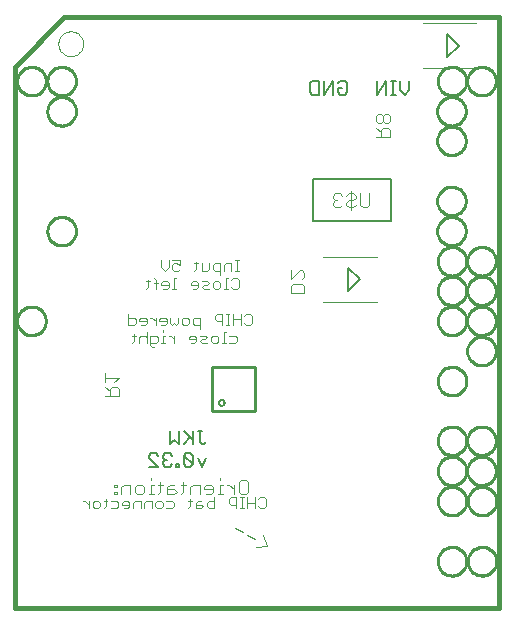
<source format=gbo>
G75*
%MOIN*%
%OFA0B0*%
%FSLAX24Y24*%
%IPPOS*%
%LPD*%
%AMOC8*
5,1,8,0,0,1.08239X$1,22.5*
%
%ADD10C,0.0160*%
%ADD11C,0.0060*%
%ADD12C,0.0100*%
%ADD13C,0.0030*%
%ADD14C,0.0040*%
%ADD15C,0.0000*%
%ADD16C,0.0050*%
%ADD17C,0.0080*%
D10*
X002057Y000180D02*
X018199Y000180D01*
X018199Y019865D01*
X003710Y019865D01*
X002057Y018211D01*
X002057Y000180D01*
D11*
X006541Y004885D02*
X006835Y004885D01*
X006541Y005179D01*
X006541Y005252D01*
X006615Y005326D01*
X006761Y005326D01*
X006835Y005252D01*
X007002Y005252D02*
X007002Y005179D01*
X007075Y005106D01*
X007002Y005032D01*
X007002Y004959D01*
X007075Y004885D01*
X007222Y004885D01*
X007295Y004959D01*
X007452Y004959D02*
X007452Y004885D01*
X007525Y004885D01*
X007525Y004959D01*
X007452Y004959D01*
X007692Y004959D02*
X007692Y005252D01*
X007986Y004959D01*
X007912Y004885D01*
X007766Y004885D01*
X007692Y004959D01*
X007692Y005252D02*
X007766Y005326D01*
X007912Y005326D01*
X007986Y005252D01*
X007986Y004959D01*
X008153Y005179D02*
X008299Y004885D01*
X008446Y005179D01*
X008373Y005635D02*
X008299Y005635D01*
X008226Y005709D01*
X008226Y006076D01*
X008299Y006076D02*
X008153Y006076D01*
X007986Y006076D02*
X007986Y005635D01*
X007986Y005782D02*
X007692Y006076D01*
X007525Y006076D02*
X007525Y005635D01*
X007379Y005782D01*
X007232Y005635D01*
X007232Y006076D01*
X007692Y005635D02*
X007912Y005856D01*
X008373Y005635D02*
X008446Y005709D01*
X007295Y005252D02*
X007222Y005326D01*
X007075Y005326D01*
X007002Y005252D01*
X007075Y005106D02*
X007148Y005106D01*
X008860Y007013D02*
X008862Y007033D01*
X008868Y007051D01*
X008877Y007069D01*
X008889Y007084D01*
X008904Y007096D01*
X008922Y007105D01*
X008940Y007111D01*
X008960Y007113D01*
X008980Y007111D01*
X008998Y007105D01*
X009016Y007096D01*
X009031Y007084D01*
X009043Y007069D01*
X009052Y007051D01*
X009058Y007033D01*
X009060Y007013D01*
X009058Y006993D01*
X009052Y006975D01*
X009043Y006957D01*
X009031Y006942D01*
X009016Y006930D01*
X008998Y006921D01*
X008980Y006915D01*
X008960Y006913D01*
X008940Y006915D01*
X008922Y006921D01*
X008904Y006930D01*
X008889Y006942D01*
X008877Y006957D01*
X008868Y006975D01*
X008862Y006993D01*
X008860Y007013D01*
D12*
X008650Y006733D02*
X010070Y006733D01*
X010070Y008193D01*
X008650Y008193D01*
X008650Y006733D01*
X003148Y012731D02*
X003150Y012774D01*
X003156Y012817D01*
X003166Y012859D01*
X003179Y012901D01*
X003196Y012940D01*
X003217Y012978D01*
X003241Y013014D01*
X003269Y013048D01*
X003299Y013079D01*
X003332Y013107D01*
X003367Y013132D01*
X003405Y013154D01*
X003444Y013172D01*
X003485Y013186D01*
X003527Y013197D01*
X003570Y013204D01*
X003613Y013207D01*
X003656Y013206D01*
X003700Y013201D01*
X003742Y013192D01*
X003783Y013180D01*
X003824Y013163D01*
X003862Y013143D01*
X003898Y013120D01*
X003933Y013093D01*
X003964Y013064D01*
X003993Y013031D01*
X004019Y012997D01*
X004042Y012960D01*
X004061Y012921D01*
X004076Y012880D01*
X004088Y012838D01*
X004096Y012796D01*
X004100Y012753D01*
X004100Y012709D01*
X004096Y012666D01*
X004088Y012624D01*
X004076Y012582D01*
X004061Y012541D01*
X004042Y012502D01*
X004019Y012465D01*
X003993Y012431D01*
X003964Y012398D01*
X003933Y012369D01*
X003898Y012342D01*
X003862Y012319D01*
X003824Y012299D01*
X003783Y012282D01*
X003742Y012270D01*
X003700Y012261D01*
X003656Y012256D01*
X003613Y012255D01*
X003570Y012258D01*
X003527Y012265D01*
X003485Y012276D01*
X003444Y012290D01*
X003405Y012308D01*
X003367Y012330D01*
X003332Y012355D01*
X003299Y012383D01*
X003269Y012414D01*
X003241Y012448D01*
X003217Y012484D01*
X003196Y012522D01*
X003179Y012561D01*
X003166Y012603D01*
X003156Y012645D01*
X003150Y012688D01*
X003148Y012731D01*
X002144Y009739D02*
X002146Y009782D01*
X002152Y009825D01*
X002162Y009867D01*
X002175Y009909D01*
X002192Y009948D01*
X002213Y009986D01*
X002237Y010022D01*
X002265Y010056D01*
X002295Y010087D01*
X002328Y010115D01*
X002363Y010140D01*
X002401Y010162D01*
X002440Y010180D01*
X002481Y010194D01*
X002523Y010205D01*
X002566Y010212D01*
X002609Y010215D01*
X002652Y010214D01*
X002696Y010209D01*
X002738Y010200D01*
X002779Y010188D01*
X002820Y010171D01*
X002858Y010151D01*
X002894Y010128D01*
X002929Y010101D01*
X002960Y010072D01*
X002989Y010039D01*
X003015Y010005D01*
X003038Y009968D01*
X003057Y009929D01*
X003072Y009888D01*
X003084Y009846D01*
X003092Y009804D01*
X003096Y009761D01*
X003096Y009717D01*
X003092Y009674D01*
X003084Y009632D01*
X003072Y009590D01*
X003057Y009549D01*
X003038Y009510D01*
X003015Y009473D01*
X002989Y009439D01*
X002960Y009406D01*
X002929Y009377D01*
X002894Y009350D01*
X002858Y009327D01*
X002820Y009307D01*
X002779Y009290D01*
X002738Y009278D01*
X002696Y009269D01*
X002652Y009264D01*
X002609Y009263D01*
X002566Y009266D01*
X002523Y009273D01*
X002481Y009284D01*
X002440Y009298D01*
X002401Y009316D01*
X002363Y009338D01*
X002328Y009363D01*
X002295Y009391D01*
X002265Y009422D01*
X002237Y009456D01*
X002213Y009492D01*
X002192Y009530D01*
X002175Y009569D01*
X002162Y009611D01*
X002152Y009653D01*
X002146Y009696D01*
X002144Y009739D01*
X003148Y016727D02*
X003150Y016770D01*
X003156Y016813D01*
X003166Y016855D01*
X003179Y016897D01*
X003196Y016936D01*
X003217Y016974D01*
X003241Y017010D01*
X003269Y017044D01*
X003299Y017075D01*
X003332Y017103D01*
X003367Y017128D01*
X003405Y017150D01*
X003444Y017168D01*
X003485Y017182D01*
X003527Y017193D01*
X003570Y017200D01*
X003613Y017203D01*
X003656Y017202D01*
X003700Y017197D01*
X003742Y017188D01*
X003783Y017176D01*
X003824Y017159D01*
X003862Y017139D01*
X003898Y017116D01*
X003933Y017089D01*
X003964Y017060D01*
X003993Y017027D01*
X004019Y016993D01*
X004042Y016956D01*
X004061Y016917D01*
X004076Y016876D01*
X004088Y016834D01*
X004096Y016792D01*
X004100Y016749D01*
X004100Y016705D01*
X004096Y016662D01*
X004088Y016620D01*
X004076Y016578D01*
X004061Y016537D01*
X004042Y016498D01*
X004019Y016461D01*
X003993Y016427D01*
X003964Y016394D01*
X003933Y016365D01*
X003898Y016338D01*
X003862Y016315D01*
X003824Y016295D01*
X003783Y016278D01*
X003742Y016266D01*
X003700Y016257D01*
X003656Y016252D01*
X003613Y016251D01*
X003570Y016254D01*
X003527Y016261D01*
X003485Y016272D01*
X003444Y016286D01*
X003405Y016304D01*
X003367Y016326D01*
X003332Y016351D01*
X003299Y016379D01*
X003269Y016410D01*
X003241Y016444D01*
X003217Y016480D01*
X003196Y016518D01*
X003179Y016557D01*
X003166Y016599D01*
X003156Y016641D01*
X003150Y016684D01*
X003148Y016727D01*
X003148Y017731D02*
X003150Y017774D01*
X003156Y017817D01*
X003166Y017859D01*
X003179Y017901D01*
X003196Y017940D01*
X003217Y017978D01*
X003241Y018014D01*
X003269Y018048D01*
X003299Y018079D01*
X003332Y018107D01*
X003367Y018132D01*
X003405Y018154D01*
X003444Y018172D01*
X003485Y018186D01*
X003527Y018197D01*
X003570Y018204D01*
X003613Y018207D01*
X003656Y018206D01*
X003700Y018201D01*
X003742Y018192D01*
X003783Y018180D01*
X003824Y018163D01*
X003862Y018143D01*
X003898Y018120D01*
X003933Y018093D01*
X003964Y018064D01*
X003993Y018031D01*
X004019Y017997D01*
X004042Y017960D01*
X004061Y017921D01*
X004076Y017880D01*
X004088Y017838D01*
X004096Y017796D01*
X004100Y017753D01*
X004100Y017709D01*
X004096Y017666D01*
X004088Y017624D01*
X004076Y017582D01*
X004061Y017541D01*
X004042Y017502D01*
X004019Y017465D01*
X003993Y017431D01*
X003964Y017398D01*
X003933Y017369D01*
X003898Y017342D01*
X003862Y017319D01*
X003824Y017299D01*
X003783Y017282D01*
X003742Y017270D01*
X003700Y017261D01*
X003656Y017256D01*
X003613Y017255D01*
X003570Y017258D01*
X003527Y017265D01*
X003485Y017276D01*
X003444Y017290D01*
X003405Y017308D01*
X003367Y017330D01*
X003332Y017355D01*
X003299Y017383D01*
X003269Y017414D01*
X003241Y017448D01*
X003217Y017484D01*
X003196Y017522D01*
X003179Y017561D01*
X003166Y017603D01*
X003156Y017645D01*
X003150Y017688D01*
X003148Y017731D01*
X002144Y017731D02*
X002146Y017774D01*
X002152Y017817D01*
X002162Y017859D01*
X002175Y017901D01*
X002192Y017940D01*
X002213Y017978D01*
X002237Y018014D01*
X002265Y018048D01*
X002295Y018079D01*
X002328Y018107D01*
X002363Y018132D01*
X002401Y018154D01*
X002440Y018172D01*
X002481Y018186D01*
X002523Y018197D01*
X002566Y018204D01*
X002609Y018207D01*
X002652Y018206D01*
X002696Y018201D01*
X002738Y018192D01*
X002779Y018180D01*
X002820Y018163D01*
X002858Y018143D01*
X002894Y018120D01*
X002929Y018093D01*
X002960Y018064D01*
X002989Y018031D01*
X003015Y017997D01*
X003038Y017960D01*
X003057Y017921D01*
X003072Y017880D01*
X003084Y017838D01*
X003092Y017796D01*
X003096Y017753D01*
X003096Y017709D01*
X003092Y017666D01*
X003084Y017624D01*
X003072Y017582D01*
X003057Y017541D01*
X003038Y017502D01*
X003015Y017465D01*
X002989Y017431D01*
X002960Y017398D01*
X002929Y017369D01*
X002894Y017342D01*
X002858Y017319D01*
X002820Y017299D01*
X002779Y017282D01*
X002738Y017270D01*
X002696Y017261D01*
X002652Y017256D01*
X002609Y017255D01*
X002566Y017258D01*
X002523Y017265D01*
X002481Y017276D01*
X002440Y017290D01*
X002401Y017308D01*
X002363Y017330D01*
X002328Y017355D01*
X002295Y017383D01*
X002265Y017414D01*
X002237Y017448D01*
X002213Y017484D01*
X002192Y017522D01*
X002175Y017561D01*
X002162Y017603D01*
X002152Y017645D01*
X002146Y017688D01*
X002144Y017731D01*
X016160Y017731D02*
X016162Y017774D01*
X016168Y017817D01*
X016178Y017859D01*
X016191Y017901D01*
X016208Y017940D01*
X016229Y017978D01*
X016253Y018014D01*
X016281Y018048D01*
X016311Y018079D01*
X016344Y018107D01*
X016379Y018132D01*
X016417Y018154D01*
X016456Y018172D01*
X016497Y018186D01*
X016539Y018197D01*
X016582Y018204D01*
X016625Y018207D01*
X016668Y018206D01*
X016712Y018201D01*
X016754Y018192D01*
X016795Y018180D01*
X016836Y018163D01*
X016874Y018143D01*
X016910Y018120D01*
X016945Y018093D01*
X016976Y018064D01*
X017005Y018031D01*
X017031Y017997D01*
X017054Y017960D01*
X017073Y017921D01*
X017088Y017880D01*
X017100Y017838D01*
X017108Y017796D01*
X017112Y017753D01*
X017112Y017709D01*
X017108Y017666D01*
X017100Y017624D01*
X017088Y017582D01*
X017073Y017541D01*
X017054Y017502D01*
X017031Y017465D01*
X017005Y017431D01*
X016976Y017398D01*
X016945Y017369D01*
X016910Y017342D01*
X016874Y017319D01*
X016836Y017299D01*
X016795Y017282D01*
X016754Y017270D01*
X016712Y017261D01*
X016668Y017256D01*
X016625Y017255D01*
X016582Y017258D01*
X016539Y017265D01*
X016497Y017276D01*
X016456Y017290D01*
X016417Y017308D01*
X016379Y017330D01*
X016344Y017355D01*
X016311Y017383D01*
X016281Y017414D01*
X016253Y017448D01*
X016229Y017484D01*
X016208Y017522D01*
X016191Y017561D01*
X016178Y017603D01*
X016168Y017645D01*
X016162Y017688D01*
X016160Y017731D01*
X016140Y016727D02*
X016142Y016770D01*
X016148Y016813D01*
X016158Y016855D01*
X016171Y016897D01*
X016188Y016936D01*
X016209Y016974D01*
X016233Y017010D01*
X016261Y017044D01*
X016291Y017075D01*
X016324Y017103D01*
X016359Y017128D01*
X016397Y017150D01*
X016436Y017168D01*
X016477Y017182D01*
X016519Y017193D01*
X016562Y017200D01*
X016605Y017203D01*
X016648Y017202D01*
X016692Y017197D01*
X016734Y017188D01*
X016775Y017176D01*
X016816Y017159D01*
X016854Y017139D01*
X016890Y017116D01*
X016925Y017089D01*
X016956Y017060D01*
X016985Y017027D01*
X017011Y016993D01*
X017034Y016956D01*
X017053Y016917D01*
X017068Y016876D01*
X017080Y016834D01*
X017088Y016792D01*
X017092Y016749D01*
X017092Y016705D01*
X017088Y016662D01*
X017080Y016620D01*
X017068Y016578D01*
X017053Y016537D01*
X017034Y016498D01*
X017011Y016461D01*
X016985Y016427D01*
X016956Y016394D01*
X016925Y016365D01*
X016890Y016338D01*
X016854Y016315D01*
X016816Y016295D01*
X016775Y016278D01*
X016734Y016266D01*
X016692Y016257D01*
X016648Y016252D01*
X016605Y016251D01*
X016562Y016254D01*
X016519Y016261D01*
X016477Y016272D01*
X016436Y016286D01*
X016397Y016304D01*
X016359Y016326D01*
X016324Y016351D01*
X016291Y016379D01*
X016261Y016410D01*
X016233Y016444D01*
X016209Y016480D01*
X016188Y016518D01*
X016171Y016557D01*
X016158Y016599D01*
X016148Y016641D01*
X016142Y016684D01*
X016140Y016727D01*
X016140Y015743D02*
X016142Y015786D01*
X016148Y015829D01*
X016158Y015871D01*
X016171Y015913D01*
X016188Y015952D01*
X016209Y015990D01*
X016233Y016026D01*
X016261Y016060D01*
X016291Y016091D01*
X016324Y016119D01*
X016359Y016144D01*
X016397Y016166D01*
X016436Y016184D01*
X016477Y016198D01*
X016519Y016209D01*
X016562Y016216D01*
X016605Y016219D01*
X016648Y016218D01*
X016692Y016213D01*
X016734Y016204D01*
X016775Y016192D01*
X016816Y016175D01*
X016854Y016155D01*
X016890Y016132D01*
X016925Y016105D01*
X016956Y016076D01*
X016985Y016043D01*
X017011Y016009D01*
X017034Y015972D01*
X017053Y015933D01*
X017068Y015892D01*
X017080Y015850D01*
X017088Y015808D01*
X017092Y015765D01*
X017092Y015721D01*
X017088Y015678D01*
X017080Y015636D01*
X017068Y015594D01*
X017053Y015553D01*
X017034Y015514D01*
X017011Y015477D01*
X016985Y015443D01*
X016956Y015410D01*
X016925Y015381D01*
X016890Y015354D01*
X016854Y015331D01*
X016816Y015311D01*
X016775Y015294D01*
X016734Y015282D01*
X016692Y015273D01*
X016648Y015268D01*
X016605Y015267D01*
X016562Y015270D01*
X016519Y015277D01*
X016477Y015288D01*
X016436Y015302D01*
X016397Y015320D01*
X016359Y015342D01*
X016324Y015367D01*
X016291Y015395D01*
X016261Y015426D01*
X016233Y015460D01*
X016209Y015496D01*
X016188Y015534D01*
X016171Y015573D01*
X016158Y015615D01*
X016148Y015657D01*
X016142Y015700D01*
X016140Y015743D01*
X017144Y017731D02*
X017146Y017774D01*
X017152Y017817D01*
X017162Y017859D01*
X017175Y017901D01*
X017192Y017940D01*
X017213Y017978D01*
X017237Y018014D01*
X017265Y018048D01*
X017295Y018079D01*
X017328Y018107D01*
X017363Y018132D01*
X017401Y018154D01*
X017440Y018172D01*
X017481Y018186D01*
X017523Y018197D01*
X017566Y018204D01*
X017609Y018207D01*
X017652Y018206D01*
X017696Y018201D01*
X017738Y018192D01*
X017779Y018180D01*
X017820Y018163D01*
X017858Y018143D01*
X017894Y018120D01*
X017929Y018093D01*
X017960Y018064D01*
X017989Y018031D01*
X018015Y017997D01*
X018038Y017960D01*
X018057Y017921D01*
X018072Y017880D01*
X018084Y017838D01*
X018092Y017796D01*
X018096Y017753D01*
X018096Y017709D01*
X018092Y017666D01*
X018084Y017624D01*
X018072Y017582D01*
X018057Y017541D01*
X018038Y017502D01*
X018015Y017465D01*
X017989Y017431D01*
X017960Y017398D01*
X017929Y017369D01*
X017894Y017342D01*
X017858Y017319D01*
X017820Y017299D01*
X017779Y017282D01*
X017738Y017270D01*
X017696Y017261D01*
X017652Y017256D01*
X017609Y017255D01*
X017566Y017258D01*
X017523Y017265D01*
X017481Y017276D01*
X017440Y017290D01*
X017401Y017308D01*
X017363Y017330D01*
X017328Y017355D01*
X017295Y017383D01*
X017265Y017414D01*
X017237Y017448D01*
X017213Y017484D01*
X017192Y017522D01*
X017175Y017561D01*
X017162Y017603D01*
X017152Y017645D01*
X017146Y017688D01*
X017144Y017731D01*
X016140Y013735D02*
X016142Y013778D01*
X016148Y013821D01*
X016158Y013863D01*
X016171Y013905D01*
X016188Y013944D01*
X016209Y013982D01*
X016233Y014018D01*
X016261Y014052D01*
X016291Y014083D01*
X016324Y014111D01*
X016359Y014136D01*
X016397Y014158D01*
X016436Y014176D01*
X016477Y014190D01*
X016519Y014201D01*
X016562Y014208D01*
X016605Y014211D01*
X016648Y014210D01*
X016692Y014205D01*
X016734Y014196D01*
X016775Y014184D01*
X016816Y014167D01*
X016854Y014147D01*
X016890Y014124D01*
X016925Y014097D01*
X016956Y014068D01*
X016985Y014035D01*
X017011Y014001D01*
X017034Y013964D01*
X017053Y013925D01*
X017068Y013884D01*
X017080Y013842D01*
X017088Y013800D01*
X017092Y013757D01*
X017092Y013713D01*
X017088Y013670D01*
X017080Y013628D01*
X017068Y013586D01*
X017053Y013545D01*
X017034Y013506D01*
X017011Y013469D01*
X016985Y013435D01*
X016956Y013402D01*
X016925Y013373D01*
X016890Y013346D01*
X016854Y013323D01*
X016816Y013303D01*
X016775Y013286D01*
X016734Y013274D01*
X016692Y013265D01*
X016648Y013260D01*
X016605Y013259D01*
X016562Y013262D01*
X016519Y013269D01*
X016477Y013280D01*
X016436Y013294D01*
X016397Y013312D01*
X016359Y013334D01*
X016324Y013359D01*
X016291Y013387D01*
X016261Y013418D01*
X016233Y013452D01*
X016209Y013488D01*
X016188Y013526D01*
X016171Y013565D01*
X016158Y013607D01*
X016148Y013649D01*
X016142Y013692D01*
X016140Y013735D01*
X016140Y012731D02*
X016142Y012774D01*
X016148Y012817D01*
X016158Y012859D01*
X016171Y012901D01*
X016188Y012940D01*
X016209Y012978D01*
X016233Y013014D01*
X016261Y013048D01*
X016291Y013079D01*
X016324Y013107D01*
X016359Y013132D01*
X016397Y013154D01*
X016436Y013172D01*
X016477Y013186D01*
X016519Y013197D01*
X016562Y013204D01*
X016605Y013207D01*
X016648Y013206D01*
X016692Y013201D01*
X016734Y013192D01*
X016775Y013180D01*
X016816Y013163D01*
X016854Y013143D01*
X016890Y013120D01*
X016925Y013093D01*
X016956Y013064D01*
X016985Y013031D01*
X017011Y012997D01*
X017034Y012960D01*
X017053Y012921D01*
X017068Y012880D01*
X017080Y012838D01*
X017088Y012796D01*
X017092Y012753D01*
X017092Y012709D01*
X017088Y012666D01*
X017080Y012624D01*
X017068Y012582D01*
X017053Y012541D01*
X017034Y012502D01*
X017011Y012465D01*
X016985Y012431D01*
X016956Y012398D01*
X016925Y012369D01*
X016890Y012342D01*
X016854Y012319D01*
X016816Y012299D01*
X016775Y012282D01*
X016734Y012270D01*
X016692Y012261D01*
X016648Y012256D01*
X016605Y012255D01*
X016562Y012258D01*
X016519Y012265D01*
X016477Y012276D01*
X016436Y012290D01*
X016397Y012308D01*
X016359Y012330D01*
X016324Y012355D01*
X016291Y012383D01*
X016261Y012414D01*
X016233Y012448D01*
X016209Y012484D01*
X016188Y012522D01*
X016171Y012561D01*
X016158Y012603D01*
X016148Y012645D01*
X016142Y012688D01*
X016140Y012731D01*
X016160Y011727D02*
X016162Y011770D01*
X016168Y011813D01*
X016178Y011855D01*
X016191Y011897D01*
X016208Y011936D01*
X016229Y011974D01*
X016253Y012010D01*
X016281Y012044D01*
X016311Y012075D01*
X016344Y012103D01*
X016379Y012128D01*
X016417Y012150D01*
X016456Y012168D01*
X016497Y012182D01*
X016539Y012193D01*
X016582Y012200D01*
X016625Y012203D01*
X016668Y012202D01*
X016712Y012197D01*
X016754Y012188D01*
X016795Y012176D01*
X016836Y012159D01*
X016874Y012139D01*
X016910Y012116D01*
X016945Y012089D01*
X016976Y012060D01*
X017005Y012027D01*
X017031Y011993D01*
X017054Y011956D01*
X017073Y011917D01*
X017088Y011876D01*
X017100Y011834D01*
X017108Y011792D01*
X017112Y011749D01*
X017112Y011705D01*
X017108Y011662D01*
X017100Y011620D01*
X017088Y011578D01*
X017073Y011537D01*
X017054Y011498D01*
X017031Y011461D01*
X017005Y011427D01*
X016976Y011394D01*
X016945Y011365D01*
X016910Y011338D01*
X016874Y011315D01*
X016836Y011295D01*
X016795Y011278D01*
X016754Y011266D01*
X016712Y011257D01*
X016668Y011252D01*
X016625Y011251D01*
X016582Y011254D01*
X016539Y011261D01*
X016497Y011272D01*
X016456Y011286D01*
X016417Y011304D01*
X016379Y011326D01*
X016344Y011351D01*
X016311Y011379D01*
X016281Y011410D01*
X016253Y011444D01*
X016229Y011480D01*
X016208Y011518D01*
X016191Y011557D01*
X016178Y011599D01*
X016168Y011641D01*
X016162Y011684D01*
X016160Y011727D01*
X016160Y010743D02*
X016162Y010786D01*
X016168Y010829D01*
X016178Y010871D01*
X016191Y010913D01*
X016208Y010952D01*
X016229Y010990D01*
X016253Y011026D01*
X016281Y011060D01*
X016311Y011091D01*
X016344Y011119D01*
X016379Y011144D01*
X016417Y011166D01*
X016456Y011184D01*
X016497Y011198D01*
X016539Y011209D01*
X016582Y011216D01*
X016625Y011219D01*
X016668Y011218D01*
X016712Y011213D01*
X016754Y011204D01*
X016795Y011192D01*
X016836Y011175D01*
X016874Y011155D01*
X016910Y011132D01*
X016945Y011105D01*
X016976Y011076D01*
X017005Y011043D01*
X017031Y011009D01*
X017054Y010972D01*
X017073Y010933D01*
X017088Y010892D01*
X017100Y010850D01*
X017108Y010808D01*
X017112Y010765D01*
X017112Y010721D01*
X017108Y010678D01*
X017100Y010636D01*
X017088Y010594D01*
X017073Y010553D01*
X017054Y010514D01*
X017031Y010477D01*
X017005Y010443D01*
X016976Y010410D01*
X016945Y010381D01*
X016910Y010354D01*
X016874Y010331D01*
X016836Y010311D01*
X016795Y010294D01*
X016754Y010282D01*
X016712Y010273D01*
X016668Y010268D01*
X016625Y010267D01*
X016582Y010270D01*
X016539Y010277D01*
X016497Y010288D01*
X016456Y010302D01*
X016417Y010320D01*
X016379Y010342D01*
X016344Y010367D01*
X016311Y010395D01*
X016281Y010426D01*
X016253Y010460D01*
X016229Y010496D01*
X016208Y010534D01*
X016191Y010573D01*
X016178Y010615D01*
X016168Y010657D01*
X016162Y010700D01*
X016160Y010743D01*
X016160Y009739D02*
X016162Y009782D01*
X016168Y009825D01*
X016178Y009867D01*
X016191Y009909D01*
X016208Y009948D01*
X016229Y009986D01*
X016253Y010022D01*
X016281Y010056D01*
X016311Y010087D01*
X016344Y010115D01*
X016379Y010140D01*
X016417Y010162D01*
X016456Y010180D01*
X016497Y010194D01*
X016539Y010205D01*
X016582Y010212D01*
X016625Y010215D01*
X016668Y010214D01*
X016712Y010209D01*
X016754Y010200D01*
X016795Y010188D01*
X016836Y010171D01*
X016874Y010151D01*
X016910Y010128D01*
X016945Y010101D01*
X016976Y010072D01*
X017005Y010039D01*
X017031Y010005D01*
X017054Y009968D01*
X017073Y009929D01*
X017088Y009888D01*
X017100Y009846D01*
X017108Y009804D01*
X017112Y009761D01*
X017112Y009717D01*
X017108Y009674D01*
X017100Y009632D01*
X017088Y009590D01*
X017073Y009549D01*
X017054Y009510D01*
X017031Y009473D01*
X017005Y009439D01*
X016976Y009406D01*
X016945Y009377D01*
X016910Y009350D01*
X016874Y009327D01*
X016836Y009307D01*
X016795Y009290D01*
X016754Y009278D01*
X016712Y009269D01*
X016668Y009264D01*
X016625Y009263D01*
X016582Y009266D01*
X016539Y009273D01*
X016497Y009284D01*
X016456Y009298D01*
X016417Y009316D01*
X016379Y009338D01*
X016344Y009363D01*
X016311Y009391D01*
X016281Y009422D01*
X016253Y009456D01*
X016229Y009492D01*
X016208Y009530D01*
X016191Y009569D01*
X016178Y009611D01*
X016168Y009653D01*
X016162Y009696D01*
X016160Y009739D01*
X017144Y009739D02*
X017146Y009782D01*
X017152Y009825D01*
X017162Y009867D01*
X017175Y009909D01*
X017192Y009948D01*
X017213Y009986D01*
X017237Y010022D01*
X017265Y010056D01*
X017295Y010087D01*
X017328Y010115D01*
X017363Y010140D01*
X017401Y010162D01*
X017440Y010180D01*
X017481Y010194D01*
X017523Y010205D01*
X017566Y010212D01*
X017609Y010215D01*
X017652Y010214D01*
X017696Y010209D01*
X017738Y010200D01*
X017779Y010188D01*
X017820Y010171D01*
X017858Y010151D01*
X017894Y010128D01*
X017929Y010101D01*
X017960Y010072D01*
X017989Y010039D01*
X018015Y010005D01*
X018038Y009968D01*
X018057Y009929D01*
X018072Y009888D01*
X018084Y009846D01*
X018092Y009804D01*
X018096Y009761D01*
X018096Y009717D01*
X018092Y009674D01*
X018084Y009632D01*
X018072Y009590D01*
X018057Y009549D01*
X018038Y009510D01*
X018015Y009473D01*
X017989Y009439D01*
X017960Y009406D01*
X017929Y009377D01*
X017894Y009350D01*
X017858Y009327D01*
X017820Y009307D01*
X017779Y009290D01*
X017738Y009278D01*
X017696Y009269D01*
X017652Y009264D01*
X017609Y009263D01*
X017566Y009266D01*
X017523Y009273D01*
X017481Y009284D01*
X017440Y009298D01*
X017401Y009316D01*
X017363Y009338D01*
X017328Y009363D01*
X017295Y009391D01*
X017265Y009422D01*
X017237Y009456D01*
X017213Y009492D01*
X017192Y009530D01*
X017175Y009569D01*
X017162Y009611D01*
X017152Y009653D01*
X017146Y009696D01*
X017144Y009739D01*
X017144Y008735D02*
X017146Y008778D01*
X017152Y008821D01*
X017162Y008863D01*
X017175Y008905D01*
X017192Y008944D01*
X017213Y008982D01*
X017237Y009018D01*
X017265Y009052D01*
X017295Y009083D01*
X017328Y009111D01*
X017363Y009136D01*
X017401Y009158D01*
X017440Y009176D01*
X017481Y009190D01*
X017523Y009201D01*
X017566Y009208D01*
X017609Y009211D01*
X017652Y009210D01*
X017696Y009205D01*
X017738Y009196D01*
X017779Y009184D01*
X017820Y009167D01*
X017858Y009147D01*
X017894Y009124D01*
X017929Y009097D01*
X017960Y009068D01*
X017989Y009035D01*
X018015Y009001D01*
X018038Y008964D01*
X018057Y008925D01*
X018072Y008884D01*
X018084Y008842D01*
X018092Y008800D01*
X018096Y008757D01*
X018096Y008713D01*
X018092Y008670D01*
X018084Y008628D01*
X018072Y008586D01*
X018057Y008545D01*
X018038Y008506D01*
X018015Y008469D01*
X017989Y008435D01*
X017960Y008402D01*
X017929Y008373D01*
X017894Y008346D01*
X017858Y008323D01*
X017820Y008303D01*
X017779Y008286D01*
X017738Y008274D01*
X017696Y008265D01*
X017652Y008260D01*
X017609Y008259D01*
X017566Y008262D01*
X017523Y008269D01*
X017481Y008280D01*
X017440Y008294D01*
X017401Y008312D01*
X017363Y008334D01*
X017328Y008359D01*
X017295Y008387D01*
X017265Y008418D01*
X017237Y008452D01*
X017213Y008488D01*
X017192Y008526D01*
X017175Y008565D01*
X017162Y008607D01*
X017152Y008649D01*
X017146Y008692D01*
X017144Y008735D01*
X016160Y007731D02*
X016162Y007774D01*
X016168Y007817D01*
X016178Y007859D01*
X016191Y007901D01*
X016208Y007940D01*
X016229Y007978D01*
X016253Y008014D01*
X016281Y008048D01*
X016311Y008079D01*
X016344Y008107D01*
X016379Y008132D01*
X016417Y008154D01*
X016456Y008172D01*
X016497Y008186D01*
X016539Y008197D01*
X016582Y008204D01*
X016625Y008207D01*
X016668Y008206D01*
X016712Y008201D01*
X016754Y008192D01*
X016795Y008180D01*
X016836Y008163D01*
X016874Y008143D01*
X016910Y008120D01*
X016945Y008093D01*
X016976Y008064D01*
X017005Y008031D01*
X017031Y007997D01*
X017054Y007960D01*
X017073Y007921D01*
X017088Y007880D01*
X017100Y007838D01*
X017108Y007796D01*
X017112Y007753D01*
X017112Y007709D01*
X017108Y007666D01*
X017100Y007624D01*
X017088Y007582D01*
X017073Y007541D01*
X017054Y007502D01*
X017031Y007465D01*
X017005Y007431D01*
X016976Y007398D01*
X016945Y007369D01*
X016910Y007342D01*
X016874Y007319D01*
X016836Y007299D01*
X016795Y007282D01*
X016754Y007270D01*
X016712Y007261D01*
X016668Y007256D01*
X016625Y007255D01*
X016582Y007258D01*
X016539Y007265D01*
X016497Y007276D01*
X016456Y007290D01*
X016417Y007308D01*
X016379Y007330D01*
X016344Y007355D01*
X016311Y007383D01*
X016281Y007414D01*
X016253Y007448D01*
X016229Y007484D01*
X016208Y007522D01*
X016191Y007561D01*
X016178Y007603D01*
X016168Y007645D01*
X016162Y007688D01*
X016160Y007731D01*
X016160Y005743D02*
X016162Y005786D01*
X016168Y005829D01*
X016178Y005871D01*
X016191Y005913D01*
X016208Y005952D01*
X016229Y005990D01*
X016253Y006026D01*
X016281Y006060D01*
X016311Y006091D01*
X016344Y006119D01*
X016379Y006144D01*
X016417Y006166D01*
X016456Y006184D01*
X016497Y006198D01*
X016539Y006209D01*
X016582Y006216D01*
X016625Y006219D01*
X016668Y006218D01*
X016712Y006213D01*
X016754Y006204D01*
X016795Y006192D01*
X016836Y006175D01*
X016874Y006155D01*
X016910Y006132D01*
X016945Y006105D01*
X016976Y006076D01*
X017005Y006043D01*
X017031Y006009D01*
X017054Y005972D01*
X017073Y005933D01*
X017088Y005892D01*
X017100Y005850D01*
X017108Y005808D01*
X017112Y005765D01*
X017112Y005721D01*
X017108Y005678D01*
X017100Y005636D01*
X017088Y005594D01*
X017073Y005553D01*
X017054Y005514D01*
X017031Y005477D01*
X017005Y005443D01*
X016976Y005410D01*
X016945Y005381D01*
X016910Y005354D01*
X016874Y005331D01*
X016836Y005311D01*
X016795Y005294D01*
X016754Y005282D01*
X016712Y005273D01*
X016668Y005268D01*
X016625Y005267D01*
X016582Y005270D01*
X016539Y005277D01*
X016497Y005288D01*
X016456Y005302D01*
X016417Y005320D01*
X016379Y005342D01*
X016344Y005367D01*
X016311Y005395D01*
X016281Y005426D01*
X016253Y005460D01*
X016229Y005496D01*
X016208Y005534D01*
X016191Y005573D01*
X016178Y005615D01*
X016168Y005657D01*
X016162Y005700D01*
X016160Y005743D01*
X016160Y004739D02*
X016162Y004782D01*
X016168Y004825D01*
X016178Y004867D01*
X016191Y004909D01*
X016208Y004948D01*
X016229Y004986D01*
X016253Y005022D01*
X016281Y005056D01*
X016311Y005087D01*
X016344Y005115D01*
X016379Y005140D01*
X016417Y005162D01*
X016456Y005180D01*
X016497Y005194D01*
X016539Y005205D01*
X016582Y005212D01*
X016625Y005215D01*
X016668Y005214D01*
X016712Y005209D01*
X016754Y005200D01*
X016795Y005188D01*
X016836Y005171D01*
X016874Y005151D01*
X016910Y005128D01*
X016945Y005101D01*
X016976Y005072D01*
X017005Y005039D01*
X017031Y005005D01*
X017054Y004968D01*
X017073Y004929D01*
X017088Y004888D01*
X017100Y004846D01*
X017108Y004804D01*
X017112Y004761D01*
X017112Y004717D01*
X017108Y004674D01*
X017100Y004632D01*
X017088Y004590D01*
X017073Y004549D01*
X017054Y004510D01*
X017031Y004473D01*
X017005Y004439D01*
X016976Y004406D01*
X016945Y004377D01*
X016910Y004350D01*
X016874Y004327D01*
X016836Y004307D01*
X016795Y004290D01*
X016754Y004278D01*
X016712Y004269D01*
X016668Y004264D01*
X016625Y004263D01*
X016582Y004266D01*
X016539Y004273D01*
X016497Y004284D01*
X016456Y004298D01*
X016417Y004316D01*
X016379Y004338D01*
X016344Y004363D01*
X016311Y004391D01*
X016281Y004422D01*
X016253Y004456D01*
X016229Y004492D01*
X016208Y004530D01*
X016191Y004569D01*
X016178Y004611D01*
X016168Y004653D01*
X016162Y004696D01*
X016160Y004739D01*
X016160Y003735D02*
X016162Y003778D01*
X016168Y003821D01*
X016178Y003863D01*
X016191Y003905D01*
X016208Y003944D01*
X016229Y003982D01*
X016253Y004018D01*
X016281Y004052D01*
X016311Y004083D01*
X016344Y004111D01*
X016379Y004136D01*
X016417Y004158D01*
X016456Y004176D01*
X016497Y004190D01*
X016539Y004201D01*
X016582Y004208D01*
X016625Y004211D01*
X016668Y004210D01*
X016712Y004205D01*
X016754Y004196D01*
X016795Y004184D01*
X016836Y004167D01*
X016874Y004147D01*
X016910Y004124D01*
X016945Y004097D01*
X016976Y004068D01*
X017005Y004035D01*
X017031Y004001D01*
X017054Y003964D01*
X017073Y003925D01*
X017088Y003884D01*
X017100Y003842D01*
X017108Y003800D01*
X017112Y003757D01*
X017112Y003713D01*
X017108Y003670D01*
X017100Y003628D01*
X017088Y003586D01*
X017073Y003545D01*
X017054Y003506D01*
X017031Y003469D01*
X017005Y003435D01*
X016976Y003402D01*
X016945Y003373D01*
X016910Y003346D01*
X016874Y003323D01*
X016836Y003303D01*
X016795Y003286D01*
X016754Y003274D01*
X016712Y003265D01*
X016668Y003260D01*
X016625Y003259D01*
X016582Y003262D01*
X016539Y003269D01*
X016497Y003280D01*
X016456Y003294D01*
X016417Y003312D01*
X016379Y003334D01*
X016344Y003359D01*
X016311Y003387D01*
X016281Y003418D01*
X016253Y003452D01*
X016229Y003488D01*
X016208Y003526D01*
X016191Y003565D01*
X016178Y003607D01*
X016168Y003649D01*
X016162Y003692D01*
X016160Y003735D01*
X017164Y003735D02*
X017166Y003778D01*
X017172Y003821D01*
X017182Y003863D01*
X017195Y003905D01*
X017212Y003944D01*
X017233Y003982D01*
X017257Y004018D01*
X017285Y004052D01*
X017315Y004083D01*
X017348Y004111D01*
X017383Y004136D01*
X017421Y004158D01*
X017460Y004176D01*
X017501Y004190D01*
X017543Y004201D01*
X017586Y004208D01*
X017629Y004211D01*
X017672Y004210D01*
X017716Y004205D01*
X017758Y004196D01*
X017799Y004184D01*
X017840Y004167D01*
X017878Y004147D01*
X017914Y004124D01*
X017949Y004097D01*
X017980Y004068D01*
X018009Y004035D01*
X018035Y004001D01*
X018058Y003964D01*
X018077Y003925D01*
X018092Y003884D01*
X018104Y003842D01*
X018112Y003800D01*
X018116Y003757D01*
X018116Y003713D01*
X018112Y003670D01*
X018104Y003628D01*
X018092Y003586D01*
X018077Y003545D01*
X018058Y003506D01*
X018035Y003469D01*
X018009Y003435D01*
X017980Y003402D01*
X017949Y003373D01*
X017914Y003346D01*
X017878Y003323D01*
X017840Y003303D01*
X017799Y003286D01*
X017758Y003274D01*
X017716Y003265D01*
X017672Y003260D01*
X017629Y003259D01*
X017586Y003262D01*
X017543Y003269D01*
X017501Y003280D01*
X017460Y003294D01*
X017421Y003312D01*
X017383Y003334D01*
X017348Y003359D01*
X017315Y003387D01*
X017285Y003418D01*
X017257Y003452D01*
X017233Y003488D01*
X017212Y003526D01*
X017195Y003565D01*
X017182Y003607D01*
X017172Y003649D01*
X017166Y003692D01*
X017164Y003735D01*
X017144Y004739D02*
X017146Y004782D01*
X017152Y004825D01*
X017162Y004867D01*
X017175Y004909D01*
X017192Y004948D01*
X017213Y004986D01*
X017237Y005022D01*
X017265Y005056D01*
X017295Y005087D01*
X017328Y005115D01*
X017363Y005140D01*
X017401Y005162D01*
X017440Y005180D01*
X017481Y005194D01*
X017523Y005205D01*
X017566Y005212D01*
X017609Y005215D01*
X017652Y005214D01*
X017696Y005209D01*
X017738Y005200D01*
X017779Y005188D01*
X017820Y005171D01*
X017858Y005151D01*
X017894Y005128D01*
X017929Y005101D01*
X017960Y005072D01*
X017989Y005039D01*
X018015Y005005D01*
X018038Y004968D01*
X018057Y004929D01*
X018072Y004888D01*
X018084Y004846D01*
X018092Y004804D01*
X018096Y004761D01*
X018096Y004717D01*
X018092Y004674D01*
X018084Y004632D01*
X018072Y004590D01*
X018057Y004549D01*
X018038Y004510D01*
X018015Y004473D01*
X017989Y004439D01*
X017960Y004406D01*
X017929Y004377D01*
X017894Y004350D01*
X017858Y004327D01*
X017820Y004307D01*
X017779Y004290D01*
X017738Y004278D01*
X017696Y004269D01*
X017652Y004264D01*
X017609Y004263D01*
X017566Y004266D01*
X017523Y004273D01*
X017481Y004284D01*
X017440Y004298D01*
X017401Y004316D01*
X017363Y004338D01*
X017328Y004363D01*
X017295Y004391D01*
X017265Y004422D01*
X017237Y004456D01*
X017213Y004492D01*
X017192Y004530D01*
X017175Y004569D01*
X017162Y004611D01*
X017152Y004653D01*
X017146Y004696D01*
X017144Y004739D01*
X017144Y005743D02*
X017146Y005786D01*
X017152Y005829D01*
X017162Y005871D01*
X017175Y005913D01*
X017192Y005952D01*
X017213Y005990D01*
X017237Y006026D01*
X017265Y006060D01*
X017295Y006091D01*
X017328Y006119D01*
X017363Y006144D01*
X017401Y006166D01*
X017440Y006184D01*
X017481Y006198D01*
X017523Y006209D01*
X017566Y006216D01*
X017609Y006219D01*
X017652Y006218D01*
X017696Y006213D01*
X017738Y006204D01*
X017779Y006192D01*
X017820Y006175D01*
X017858Y006155D01*
X017894Y006132D01*
X017929Y006105D01*
X017960Y006076D01*
X017989Y006043D01*
X018015Y006009D01*
X018038Y005972D01*
X018057Y005933D01*
X018072Y005892D01*
X018084Y005850D01*
X018092Y005808D01*
X018096Y005765D01*
X018096Y005721D01*
X018092Y005678D01*
X018084Y005636D01*
X018072Y005594D01*
X018057Y005553D01*
X018038Y005514D01*
X018015Y005477D01*
X017989Y005443D01*
X017960Y005410D01*
X017929Y005381D01*
X017894Y005354D01*
X017858Y005331D01*
X017820Y005311D01*
X017779Y005294D01*
X017738Y005282D01*
X017696Y005273D01*
X017652Y005268D01*
X017609Y005267D01*
X017566Y005270D01*
X017523Y005277D01*
X017481Y005288D01*
X017440Y005302D01*
X017401Y005320D01*
X017363Y005342D01*
X017328Y005367D01*
X017295Y005395D01*
X017265Y005426D01*
X017237Y005460D01*
X017213Y005496D01*
X017192Y005534D01*
X017175Y005573D01*
X017162Y005615D01*
X017152Y005657D01*
X017146Y005700D01*
X017144Y005743D01*
X017164Y001727D02*
X017166Y001770D01*
X017172Y001813D01*
X017182Y001855D01*
X017195Y001897D01*
X017212Y001936D01*
X017233Y001974D01*
X017257Y002010D01*
X017285Y002044D01*
X017315Y002075D01*
X017348Y002103D01*
X017383Y002128D01*
X017421Y002150D01*
X017460Y002168D01*
X017501Y002182D01*
X017543Y002193D01*
X017586Y002200D01*
X017629Y002203D01*
X017672Y002202D01*
X017716Y002197D01*
X017758Y002188D01*
X017799Y002176D01*
X017840Y002159D01*
X017878Y002139D01*
X017914Y002116D01*
X017949Y002089D01*
X017980Y002060D01*
X018009Y002027D01*
X018035Y001993D01*
X018058Y001956D01*
X018077Y001917D01*
X018092Y001876D01*
X018104Y001834D01*
X018112Y001792D01*
X018116Y001749D01*
X018116Y001705D01*
X018112Y001662D01*
X018104Y001620D01*
X018092Y001578D01*
X018077Y001537D01*
X018058Y001498D01*
X018035Y001461D01*
X018009Y001427D01*
X017980Y001394D01*
X017949Y001365D01*
X017914Y001338D01*
X017878Y001315D01*
X017840Y001295D01*
X017799Y001278D01*
X017758Y001266D01*
X017716Y001257D01*
X017672Y001252D01*
X017629Y001251D01*
X017586Y001254D01*
X017543Y001261D01*
X017501Y001272D01*
X017460Y001286D01*
X017421Y001304D01*
X017383Y001326D01*
X017348Y001351D01*
X017315Y001379D01*
X017285Y001410D01*
X017257Y001444D01*
X017233Y001480D01*
X017212Y001518D01*
X017195Y001557D01*
X017182Y001599D01*
X017172Y001641D01*
X017166Y001684D01*
X017164Y001727D01*
X016160Y001727D02*
X016162Y001770D01*
X016168Y001813D01*
X016178Y001855D01*
X016191Y001897D01*
X016208Y001936D01*
X016229Y001974D01*
X016253Y002010D01*
X016281Y002044D01*
X016311Y002075D01*
X016344Y002103D01*
X016379Y002128D01*
X016417Y002150D01*
X016456Y002168D01*
X016497Y002182D01*
X016539Y002193D01*
X016582Y002200D01*
X016625Y002203D01*
X016668Y002202D01*
X016712Y002197D01*
X016754Y002188D01*
X016795Y002176D01*
X016836Y002159D01*
X016874Y002139D01*
X016910Y002116D01*
X016945Y002089D01*
X016976Y002060D01*
X017005Y002027D01*
X017031Y001993D01*
X017054Y001956D01*
X017073Y001917D01*
X017088Y001876D01*
X017100Y001834D01*
X017108Y001792D01*
X017112Y001749D01*
X017112Y001705D01*
X017108Y001662D01*
X017100Y001620D01*
X017088Y001578D01*
X017073Y001537D01*
X017054Y001498D01*
X017031Y001461D01*
X017005Y001427D01*
X016976Y001394D01*
X016945Y001365D01*
X016910Y001338D01*
X016874Y001315D01*
X016836Y001295D01*
X016795Y001278D01*
X016754Y001266D01*
X016712Y001257D01*
X016668Y001252D01*
X016625Y001251D01*
X016582Y001254D01*
X016539Y001261D01*
X016497Y001272D01*
X016456Y001286D01*
X016417Y001304D01*
X016379Y001326D01*
X016344Y001351D01*
X016311Y001379D01*
X016281Y001410D01*
X016253Y001444D01*
X016229Y001480D01*
X016208Y001518D01*
X016191Y001557D01*
X016178Y001599D01*
X016168Y001641D01*
X016162Y001684D01*
X016160Y001727D01*
X017144Y010743D02*
X017146Y010786D01*
X017152Y010829D01*
X017162Y010871D01*
X017175Y010913D01*
X017192Y010952D01*
X017213Y010990D01*
X017237Y011026D01*
X017265Y011060D01*
X017295Y011091D01*
X017328Y011119D01*
X017363Y011144D01*
X017401Y011166D01*
X017440Y011184D01*
X017481Y011198D01*
X017523Y011209D01*
X017566Y011216D01*
X017609Y011219D01*
X017652Y011218D01*
X017696Y011213D01*
X017738Y011204D01*
X017779Y011192D01*
X017820Y011175D01*
X017858Y011155D01*
X017894Y011132D01*
X017929Y011105D01*
X017960Y011076D01*
X017989Y011043D01*
X018015Y011009D01*
X018038Y010972D01*
X018057Y010933D01*
X018072Y010892D01*
X018084Y010850D01*
X018092Y010808D01*
X018096Y010765D01*
X018096Y010721D01*
X018092Y010678D01*
X018084Y010636D01*
X018072Y010594D01*
X018057Y010553D01*
X018038Y010514D01*
X018015Y010477D01*
X017989Y010443D01*
X017960Y010410D01*
X017929Y010381D01*
X017894Y010354D01*
X017858Y010331D01*
X017820Y010311D01*
X017779Y010294D01*
X017738Y010282D01*
X017696Y010273D01*
X017652Y010268D01*
X017609Y010267D01*
X017566Y010270D01*
X017523Y010277D01*
X017481Y010288D01*
X017440Y010302D01*
X017401Y010320D01*
X017363Y010342D01*
X017328Y010367D01*
X017295Y010395D01*
X017265Y010426D01*
X017237Y010460D01*
X017213Y010496D01*
X017192Y010534D01*
X017175Y010573D01*
X017162Y010615D01*
X017152Y010657D01*
X017146Y010700D01*
X017144Y010743D01*
X017144Y011727D02*
X017146Y011770D01*
X017152Y011813D01*
X017162Y011855D01*
X017175Y011897D01*
X017192Y011936D01*
X017213Y011974D01*
X017237Y012010D01*
X017265Y012044D01*
X017295Y012075D01*
X017328Y012103D01*
X017363Y012128D01*
X017401Y012150D01*
X017440Y012168D01*
X017481Y012182D01*
X017523Y012193D01*
X017566Y012200D01*
X017609Y012203D01*
X017652Y012202D01*
X017696Y012197D01*
X017738Y012188D01*
X017779Y012176D01*
X017820Y012159D01*
X017858Y012139D01*
X017894Y012116D01*
X017929Y012089D01*
X017960Y012060D01*
X017989Y012027D01*
X018015Y011993D01*
X018038Y011956D01*
X018057Y011917D01*
X018072Y011876D01*
X018084Y011834D01*
X018092Y011792D01*
X018096Y011749D01*
X018096Y011705D01*
X018092Y011662D01*
X018084Y011620D01*
X018072Y011578D01*
X018057Y011537D01*
X018038Y011498D01*
X018015Y011461D01*
X017989Y011427D01*
X017960Y011394D01*
X017929Y011365D01*
X017894Y011338D01*
X017858Y011315D01*
X017820Y011295D01*
X017779Y011278D01*
X017738Y011266D01*
X017696Y011257D01*
X017652Y011252D01*
X017609Y011251D01*
X017566Y011254D01*
X017523Y011261D01*
X017481Y011272D01*
X017440Y011286D01*
X017401Y011304D01*
X017363Y011326D01*
X017328Y011351D01*
X017295Y011379D01*
X017265Y011410D01*
X017237Y011444D01*
X017213Y011480D01*
X017192Y011518D01*
X017175Y011557D01*
X017162Y011599D01*
X017152Y011641D01*
X017146Y011684D01*
X017144Y011727D01*
D13*
X010366Y003866D02*
X010243Y003866D01*
X010181Y003804D01*
X010059Y003866D02*
X010059Y003496D01*
X010181Y003558D02*
X010243Y003496D01*
X010366Y003496D01*
X010428Y003558D01*
X010428Y003804D01*
X010366Y003866D01*
X010059Y003681D02*
X009813Y003681D01*
X009813Y003866D02*
X009813Y003496D01*
X009691Y003496D02*
X009568Y003496D01*
X009629Y003496D02*
X009629Y003866D01*
X009568Y003866D02*
X009691Y003866D01*
X009446Y003866D02*
X009260Y003866D01*
X009199Y003804D01*
X009199Y003681D01*
X009260Y003619D01*
X009446Y003619D01*
X009446Y003496D02*
X009446Y003866D01*
X008709Y003866D02*
X008709Y003496D01*
X008524Y003496D01*
X008462Y003558D01*
X008462Y003681D01*
X008524Y003743D01*
X008709Y003743D01*
X008341Y003558D02*
X008279Y003619D01*
X008094Y003619D01*
X008094Y003681D02*
X008094Y003496D01*
X008279Y003496D01*
X008341Y003558D01*
X008279Y003743D02*
X008156Y003743D01*
X008094Y003681D01*
X007972Y003743D02*
X007849Y003743D01*
X007911Y003804D02*
X007911Y003558D01*
X007849Y003496D01*
X007358Y003558D02*
X007297Y003496D01*
X007112Y003496D01*
X006990Y003558D02*
X006928Y003496D01*
X006805Y003496D01*
X006743Y003558D01*
X006743Y003681D01*
X006805Y003743D01*
X006928Y003743D01*
X006990Y003681D01*
X006990Y003558D01*
X007112Y003743D02*
X007297Y003743D01*
X007358Y003681D01*
X007358Y003558D01*
X006622Y003496D02*
X006622Y003743D01*
X006437Y003743D01*
X006375Y003681D01*
X006375Y003496D01*
X006254Y003496D02*
X006254Y003743D01*
X006068Y003743D01*
X006007Y003681D01*
X006007Y003496D01*
X005885Y003558D02*
X005885Y003681D01*
X005824Y003743D01*
X005700Y003743D01*
X005638Y003681D01*
X005638Y003619D01*
X005885Y003619D01*
X005885Y003558D02*
X005824Y003496D01*
X005700Y003496D01*
X005517Y003558D02*
X005455Y003496D01*
X005270Y003496D01*
X005087Y003558D02*
X005025Y003496D01*
X005087Y003558D02*
X005087Y003804D01*
X005149Y003743D02*
X005025Y003743D01*
X004903Y003681D02*
X004903Y003558D01*
X004841Y003496D01*
X004718Y003496D01*
X004656Y003558D01*
X004656Y003681D01*
X004718Y003743D01*
X004841Y003743D01*
X004903Y003681D01*
X005270Y003743D02*
X005455Y003743D01*
X005517Y003681D01*
X005517Y003558D01*
X004535Y003619D02*
X004411Y003743D01*
X004350Y003743D01*
X004535Y003743D02*
X004535Y003496D01*
X005963Y009006D02*
X006025Y009068D01*
X006025Y009315D01*
X006087Y009253D02*
X005963Y009253D01*
X006208Y009191D02*
X006208Y009006D01*
X006208Y009191D02*
X006270Y009253D01*
X006393Y009253D01*
X006455Y009191D01*
X006577Y009253D02*
X006577Y008944D01*
X006638Y008883D01*
X006700Y008883D01*
X006762Y009006D02*
X006577Y009006D01*
X006455Y009006D02*
X006455Y009376D01*
X006577Y009253D02*
X006762Y009253D01*
X006823Y009191D01*
X006823Y009068D01*
X006762Y009006D01*
X006946Y009006D02*
X007069Y009006D01*
X007007Y009006D02*
X007007Y009253D01*
X007069Y009253D01*
X007191Y009253D02*
X007253Y009253D01*
X007376Y009129D01*
X007376Y009006D02*
X007376Y009253D01*
X007437Y009606D02*
X007375Y009668D01*
X007314Y009606D01*
X007252Y009668D01*
X007252Y009853D01*
X007130Y009791D02*
X007130Y009668D01*
X007069Y009606D01*
X006945Y009606D01*
X006884Y009729D02*
X007130Y009729D01*
X007130Y009791D02*
X007069Y009853D01*
X006945Y009853D01*
X006884Y009791D01*
X006884Y009729D01*
X006762Y009729D02*
X006639Y009853D01*
X006577Y009853D01*
X006455Y009791D02*
X006455Y009668D01*
X006393Y009606D01*
X006270Y009606D01*
X006208Y009729D02*
X006455Y009729D01*
X006455Y009791D02*
X006393Y009853D01*
X006270Y009853D01*
X006208Y009791D01*
X006208Y009729D01*
X006087Y009668D02*
X006087Y009791D01*
X006025Y009853D01*
X005840Y009853D01*
X005840Y009976D02*
X005840Y009606D01*
X006025Y009606D01*
X006087Y009668D01*
X006762Y009606D02*
X006762Y009853D01*
X007007Y009438D02*
X007007Y009376D01*
X007437Y009606D02*
X007499Y009668D01*
X007499Y009853D01*
X007620Y009791D02*
X007620Y009668D01*
X007682Y009606D01*
X007805Y009606D01*
X007867Y009668D01*
X007867Y009791D01*
X007805Y009853D01*
X007682Y009853D01*
X007620Y009791D01*
X007988Y009791D02*
X007988Y009668D01*
X008050Y009606D01*
X008235Y009606D01*
X008235Y009483D02*
X008235Y009853D01*
X008050Y009853D01*
X007988Y009791D01*
X007927Y009253D02*
X007866Y009191D01*
X007866Y009129D01*
X008113Y009129D01*
X008113Y009068D02*
X008113Y009191D01*
X008051Y009253D01*
X007927Y009253D01*
X007927Y009006D02*
X008051Y009006D01*
X008113Y009068D01*
X008234Y009068D02*
X008296Y009129D01*
X008419Y009129D01*
X008481Y009191D01*
X008419Y009253D01*
X008234Y009253D01*
X008234Y009068D02*
X008296Y009006D01*
X008481Y009006D01*
X008602Y009068D02*
X008602Y009191D01*
X008664Y009253D01*
X008787Y009253D01*
X008849Y009191D01*
X008849Y009068D01*
X008787Y009006D01*
X008664Y009006D01*
X008602Y009068D01*
X008971Y009006D02*
X009095Y009006D01*
X009033Y009006D02*
X009033Y009376D01*
X009095Y009376D01*
X009216Y009253D02*
X009401Y009253D01*
X009463Y009191D01*
X009463Y009068D01*
X009401Y009006D01*
X009216Y009006D01*
X009218Y009606D02*
X009094Y009606D01*
X009156Y009606D02*
X009156Y009976D01*
X009218Y009976D02*
X009094Y009976D01*
X008972Y009976D02*
X008787Y009976D01*
X008725Y009915D01*
X008725Y009791D01*
X008787Y009729D01*
X008972Y009729D01*
X008972Y009606D02*
X008972Y009976D01*
X009339Y009976D02*
X009339Y009606D01*
X009339Y009791D02*
X009586Y009791D01*
X009707Y009668D02*
X009769Y009606D01*
X009892Y009606D01*
X009954Y009668D01*
X009954Y009915D01*
X009892Y009976D01*
X009769Y009976D01*
X009707Y009915D01*
X009586Y009976D02*
X009586Y009606D01*
X009461Y010809D02*
X009337Y010809D01*
X009275Y010871D01*
X009154Y010809D02*
X009031Y010809D01*
X009092Y010809D02*
X009092Y011179D01*
X009154Y011179D01*
X009275Y011118D02*
X009337Y011179D01*
X009461Y011179D01*
X009522Y011118D01*
X009522Y010871D01*
X009461Y010809D01*
X008908Y010871D02*
X008847Y010809D01*
X008723Y010809D01*
X008662Y010871D01*
X008662Y010994D01*
X008723Y011056D01*
X008847Y011056D01*
X008908Y010994D01*
X008908Y010871D01*
X008540Y010809D02*
X008355Y010809D01*
X008293Y010871D01*
X008355Y010933D01*
X008478Y010933D01*
X008540Y010994D01*
X008478Y011056D01*
X008293Y011056D01*
X008172Y010994D02*
X008110Y011056D01*
X007987Y011056D01*
X007925Y010994D01*
X007925Y010933D01*
X008172Y010933D01*
X008172Y010994D02*
X008172Y010871D01*
X008110Y010809D01*
X007987Y010809D01*
X007435Y010809D02*
X007312Y010809D01*
X007373Y010809D02*
X007373Y011179D01*
X007435Y011179D01*
X007496Y011409D02*
X007373Y011409D01*
X007311Y011471D01*
X007311Y011594D01*
X007373Y011656D01*
X007434Y011656D01*
X007558Y011594D01*
X007558Y011779D01*
X007311Y011779D01*
X007190Y011779D02*
X007190Y011533D01*
X007066Y011409D01*
X006943Y011533D01*
X006943Y011779D01*
X006698Y011179D02*
X006760Y011118D01*
X006760Y010809D01*
X006821Y010994D02*
X006698Y010994D01*
X006576Y011056D02*
X006452Y011056D01*
X006514Y011118D02*
X006514Y010871D01*
X006452Y010809D01*
X006943Y010933D02*
X007190Y010933D01*
X007190Y010994D02*
X007190Y010871D01*
X007128Y010809D01*
X007004Y010809D01*
X006943Y010933D02*
X006943Y010994D01*
X007004Y011056D01*
X007128Y011056D01*
X007190Y010994D01*
X007496Y011409D02*
X007558Y011471D01*
X008048Y011409D02*
X008110Y011471D01*
X008110Y011718D01*
X008172Y011656D02*
X008048Y011656D01*
X008293Y011656D02*
X008293Y011409D01*
X008478Y011409D01*
X008540Y011471D01*
X008540Y011656D01*
X008662Y011594D02*
X008662Y011471D01*
X008723Y011409D01*
X008908Y011409D01*
X009030Y011409D02*
X009030Y011594D01*
X009092Y011656D01*
X009277Y011656D01*
X009277Y011409D01*
X009399Y011409D02*
X009522Y011409D01*
X009461Y011409D02*
X009461Y011779D01*
X009522Y011779D02*
X009399Y011779D01*
X008908Y011656D02*
X008723Y011656D01*
X008662Y011594D01*
X008908Y011656D02*
X008908Y011286D01*
D14*
X011258Y011428D02*
X011258Y011121D01*
X011565Y011428D01*
X011642Y011428D01*
X011719Y011351D01*
X011719Y011198D01*
X011642Y011121D01*
X011642Y010968D02*
X011719Y010891D01*
X011719Y010661D01*
X011258Y010661D01*
X011258Y010891D01*
X011335Y010968D01*
X011642Y010968D01*
X012348Y010375D02*
X014128Y010375D01*
X014128Y011875D02*
X012348Y011875D01*
X012732Y013527D02*
X012886Y013527D01*
X012963Y013604D01*
X013116Y013604D02*
X013116Y013681D01*
X013193Y013757D01*
X013346Y013757D01*
X013423Y013834D01*
X013423Y013911D01*
X013346Y013987D01*
X013193Y013987D01*
X013116Y013911D01*
X012963Y013911D02*
X012886Y013987D01*
X012732Y013987D01*
X012656Y013911D01*
X012656Y013834D01*
X012732Y013757D01*
X012656Y013681D01*
X012656Y013604D01*
X012732Y013527D01*
X012732Y013757D02*
X012809Y013757D01*
X013116Y013604D02*
X013193Y013527D01*
X013346Y013527D01*
X013423Y013604D01*
X013576Y013604D02*
X013576Y013987D01*
X013883Y013987D02*
X013883Y013604D01*
X013807Y013527D01*
X013653Y013527D01*
X013576Y013604D01*
X013270Y013450D02*
X013270Y014064D01*
X014108Y015868D02*
X014569Y015868D01*
X014569Y016098D01*
X014492Y016175D01*
X014339Y016175D01*
X014262Y016098D01*
X014262Y015868D01*
X014262Y016021D02*
X014108Y016175D01*
X014185Y016328D02*
X014262Y016328D01*
X014339Y016405D01*
X014339Y016558D01*
X014262Y016635D01*
X014185Y016635D01*
X014108Y016558D01*
X014108Y016405D01*
X014185Y016328D01*
X014339Y016405D02*
X014415Y016328D01*
X014492Y016328D01*
X014569Y016405D01*
X014569Y016558D01*
X014492Y016635D01*
X014415Y016635D01*
X014339Y016558D01*
X015655Y018170D02*
X017435Y018170D01*
X017435Y019670D02*
X015655Y019670D01*
X005537Y007847D02*
X005077Y007847D01*
X005077Y007694D02*
X005077Y008001D01*
X005384Y007694D02*
X005537Y007847D01*
X005461Y007540D02*
X005307Y007540D01*
X005230Y007464D01*
X005230Y007233D01*
X005077Y007233D02*
X005537Y007233D01*
X005537Y007464D01*
X005461Y007540D01*
X005230Y007387D02*
X005077Y007540D01*
X006609Y004509D02*
X006609Y004432D01*
X006609Y004279D02*
X006609Y003972D01*
X006533Y003972D02*
X006686Y003972D01*
X006840Y003972D02*
X006916Y004048D01*
X006916Y004355D01*
X006840Y004279D02*
X006993Y004279D01*
X007147Y004202D02*
X007147Y003972D01*
X007377Y003972D01*
X007454Y004048D01*
X007377Y004125D01*
X007147Y004125D01*
X007147Y004202D02*
X007223Y004279D01*
X007377Y004279D01*
X007607Y004279D02*
X007760Y004279D01*
X007684Y004355D02*
X007684Y004048D01*
X007607Y003972D01*
X007914Y003972D02*
X007914Y004202D01*
X007991Y004279D01*
X008221Y004279D01*
X008221Y003972D01*
X008374Y004125D02*
X008374Y004202D01*
X008451Y004279D01*
X008605Y004279D01*
X008681Y004202D01*
X008681Y004048D01*
X008605Y003972D01*
X008451Y003972D01*
X008374Y004125D02*
X008681Y004125D01*
X008835Y003972D02*
X008988Y003972D01*
X008911Y003972D02*
X008911Y004279D01*
X008988Y004279D01*
X009142Y004279D02*
X009218Y004279D01*
X009372Y004125D01*
X009372Y003972D02*
X009372Y004279D01*
X009525Y004355D02*
X009525Y004048D01*
X009602Y003972D01*
X009755Y003972D01*
X009832Y004048D01*
X009832Y004355D01*
X009755Y004432D01*
X009602Y004432D01*
X009525Y004355D01*
X008911Y004432D02*
X008911Y004509D01*
X009410Y002850D02*
X009676Y002696D01*
X009809Y002619D02*
X010074Y002466D01*
X010092Y002190D02*
X010473Y002236D01*
X010322Y002589D01*
X006686Y004279D02*
X006609Y004279D01*
X006379Y004202D02*
X006379Y004048D01*
X006303Y003972D01*
X006149Y003972D01*
X006072Y004048D01*
X006072Y004202D01*
X006149Y004279D01*
X006303Y004279D01*
X006379Y004202D01*
X005919Y004279D02*
X005919Y003972D01*
X005919Y004279D02*
X005689Y004279D01*
X005612Y004202D01*
X005612Y003972D01*
X005459Y003972D02*
X005459Y004048D01*
X005382Y004048D01*
X005382Y003972D01*
X005459Y003972D01*
X005459Y004202D02*
X005459Y004279D01*
X005382Y004279D01*
X005382Y004202D01*
X005459Y004202D01*
D15*
X003514Y018979D02*
X003516Y019019D01*
X003522Y019060D01*
X003532Y019099D01*
X003545Y019137D01*
X003563Y019174D01*
X003584Y019208D01*
X003608Y019241D01*
X003635Y019271D01*
X003665Y019298D01*
X003698Y019322D01*
X003732Y019343D01*
X003769Y019361D01*
X003807Y019374D01*
X003846Y019384D01*
X003887Y019390D01*
X003927Y019392D01*
X003967Y019390D01*
X004008Y019384D01*
X004047Y019374D01*
X004085Y019361D01*
X004122Y019343D01*
X004156Y019322D01*
X004189Y019298D01*
X004219Y019271D01*
X004246Y019241D01*
X004270Y019208D01*
X004291Y019174D01*
X004309Y019137D01*
X004322Y019099D01*
X004332Y019060D01*
X004338Y019019D01*
X004340Y018979D01*
X004338Y018939D01*
X004332Y018898D01*
X004322Y018859D01*
X004309Y018821D01*
X004291Y018784D01*
X004270Y018750D01*
X004246Y018717D01*
X004219Y018687D01*
X004189Y018660D01*
X004156Y018636D01*
X004122Y018615D01*
X004085Y018597D01*
X004047Y018584D01*
X004008Y018574D01*
X003967Y018568D01*
X003927Y018566D01*
X003887Y018568D01*
X003846Y018574D01*
X003807Y018584D01*
X003769Y018597D01*
X003732Y018615D01*
X003698Y018636D01*
X003665Y018660D01*
X003635Y018687D01*
X003608Y018717D01*
X003584Y018750D01*
X003563Y018784D01*
X003545Y018821D01*
X003532Y018859D01*
X003522Y018898D01*
X003516Y018939D01*
X003514Y018979D01*
D16*
X011907Y017657D02*
X011907Y017357D01*
X011982Y017282D01*
X012207Y017282D01*
X012207Y017732D01*
X011982Y017732D01*
X011907Y017657D01*
X012367Y017732D02*
X012367Y017282D01*
X012668Y017732D01*
X012668Y017282D01*
X012828Y017357D02*
X012828Y017507D01*
X012978Y017507D01*
X013128Y017657D02*
X013053Y017732D01*
X012903Y017732D01*
X012828Y017657D01*
X012828Y017357D02*
X012903Y017282D01*
X013053Y017282D01*
X013128Y017357D01*
X013128Y017657D01*
X014151Y017732D02*
X014151Y017282D01*
X014451Y017732D01*
X014451Y017282D01*
X014608Y017282D02*
X014758Y017282D01*
X014683Y017282D02*
X014683Y017732D01*
X014758Y017732D02*
X014608Y017732D01*
X014918Y017732D02*
X014918Y017432D01*
X015069Y017282D01*
X015219Y017432D01*
X015219Y017732D01*
D17*
X016469Y018526D02*
X016469Y019314D01*
X016872Y018920D01*
X016469Y018526D01*
X014587Y014463D02*
X012007Y014463D01*
X012007Y013063D01*
X014587Y013063D01*
X014587Y014463D01*
X013162Y011519D02*
X013162Y010731D01*
X013565Y011125D01*
X013162Y011519D01*
M02*

</source>
